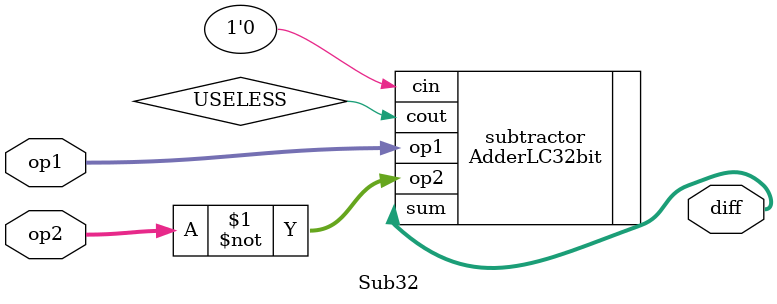
<source format=v>
`ifndef SUB_32BIT_COMPLEMENT_V
`define SUB_32BIT_COMPLEMENT_V

module Sub32(
    input  wire [31:0] op1,
    input  wire [31:0] op2,
    output wire [31:0] diff
);

    reg USELESS;
    AdderLC32bit subtractor(  
        .op1( op1), 
        .op2(~op2), 
        .cin(1'b0),
        .sum(diff),
        .cout(USELESS)
    );

endmodule

`endif 
</source>
